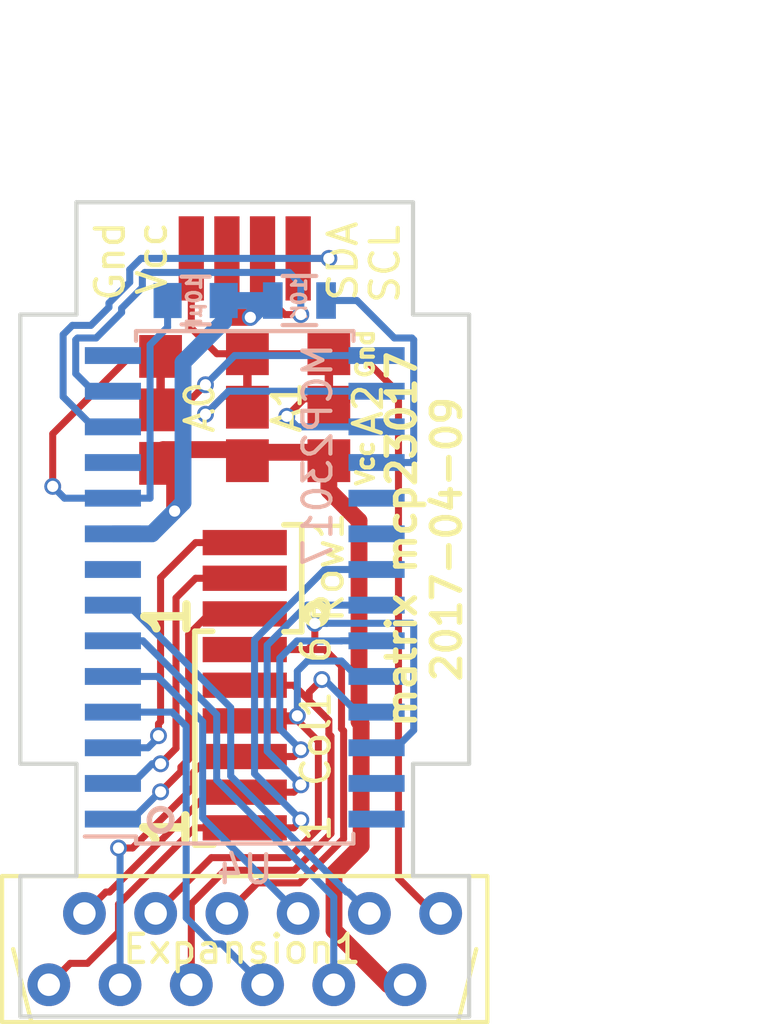
<source format=kicad_pcb>
(kicad_pcb (version 20171130) (host pcbnew "(5.1.12)-1")

  (general
    (thickness 1.6)
    (drawings 31)
    (tracks 260)
    (zones 0)
    (modules 10)
    (nets 22)
  )

  (page A4)
  (layers
    (0 F.Cu signal)
    (31 B.Cu signal)
    (32 B.Adhes user hide)
    (33 F.Adhes user hide)
    (34 B.Paste user hide)
    (35 F.Paste user hide)
    (36 B.SilkS user hide)
    (37 F.SilkS user hide)
    (38 B.Mask user hide)
    (39 F.Mask user hide)
    (40 Dwgs.User user)
    (41 Cmts.User user)
    (42 Eco1.User user)
    (43 Eco2.User user)
    (44 Edge.Cuts user)
    (45 Margin user)
    (46 B.CrtYd user hide)
    (47 F.CrtYd user hide)
    (48 B.Fab user)
    (49 F.Fab user hide)
  )

  (setup
    (last_trace_width 0.25)
    (user_trace_width 0.6)
    (trace_clearance 0.2)
    (zone_clearance 0.508)
    (zone_45_only no)
    (trace_min 0.2)
    (via_size 0.6)
    (via_drill 0.4)
    (via_min_size 0.4)
    (via_min_drill 0.3)
    (uvia_size 0.3)
    (uvia_drill 0.1)
    (uvias_allowed no)
    (uvia_min_size 0.2)
    (uvia_min_drill 0.1)
    (edge_width 0.15)
    (segment_width 0.2)
    (pcb_text_width 0.3)
    (pcb_text_size 1.5 1.5)
    (mod_edge_width 0.15)
    (mod_text_size 1 1)
    (mod_text_width 0.15)
    (pad_size 1.6 3.4)
    (pad_drill 0)
    (pad_to_mask_clearance 0.2)
    (aux_axis_origin 50 45)
    (visible_elements 7FFFFFFF)
    (pcbplotparams
      (layerselection 0x00030_80000001)
      (usegerberextensions false)
      (usegerberattributes true)
      (usegerberadvancedattributes true)
      (creategerberjobfile true)
      (excludeedgelayer true)
      (linewidth 0.100000)
      (plotframeref false)
      (viasonmask false)
      (mode 1)
      (useauxorigin false)
      (hpglpennumber 1)
      (hpglpenspeed 20)
      (hpglpendiameter 15.000000)
      (psnegative false)
      (psa4output false)
      (plotreference true)
      (plotvalue true)
      (plotinvisibletext false)
      (padsonsilk false)
      (subtractmaskfromsilk false)
      (outputformat 1)
      (mirror false)
      (drillshape 1)
      (scaleselection 1)
      (outputdirectory ""))
  )

  (net 0 "")
  (net 1 "Net-(Col1-Pad1)")
  (net 2 "Net-(Col1-Pad2)")
  (net 3 "Net-(Col1-Pad3)")
  (net 4 "Net-(Col1-Pad4)")
  (net 5 "Net-(Col1-Pad5)")
  (net 6 "Net-(Col1-Pad6)")
  (net 7 +5V)
  (net 8 GND)
  (net 9 /SCL)
  (net 10 /SDA)
  (net 11 "Net-(Expansion1-Pad7)")
  (net 12 "Net-(Expansion1-Pad8)")
  (net 13 "Net-(Expansion1-Pad9)")
  (net 14 "Net-(Expansion1-Pad10)")
  (net 15 "Net-(R1-Pad1)")
  (net 16 "Net-(Row1-Pad1)")
  (net 17 "Net-(Row1-Pad2)")
  (net 18 "Net-(Row1-Pad3)")
  (net 19 "Net-(A0-Pad2)")
  (net 20 "Net-(A1-Pad2)")
  (net 21 "Net-(A2-Pad2)")

  (net_class Default "This is the default net class."
    (clearance 0.2)
    (trace_width 0.25)
    (via_dia 0.6)
    (via_drill 0.4)
    (uvia_dia 0.3)
    (uvia_drill 0.1)
    (add_net +5V)
    (add_net /SCL)
    (add_net /SDA)
    (add_net GND)
    (add_net "Net-(A0-Pad2)")
    (add_net "Net-(A1-Pad2)")
    (add_net "Net-(A2-Pad2)")
    (add_net "Net-(Col1-Pad1)")
    (add_net "Net-(Col1-Pad2)")
    (add_net "Net-(Col1-Pad3)")
    (add_net "Net-(Col1-Pad4)")
    (add_net "Net-(Col1-Pad5)")
    (add_net "Net-(Col1-Pad6)")
    (add_net "Net-(Expansion1-Pad10)")
    (add_net "Net-(Expansion1-Pad7)")
    (add_net "Net-(Expansion1-Pad8)")
    (add_net "Net-(Expansion1-Pad9)")
    (add_net "Net-(R1-Pad1)")
    (add_net "Net-(Row1-Pad1)")
    (add_net "Net-(Row1-Pad2)")
    (add_net "Net-(Row1-Pad3)")
  )

  (net_class power ""
    (clearance 0.3)
    (trace_width 0.4)
    (via_dia 0.8)
    (via_drill 0.6)
    (uvia_dia 0.3)
    (uvia_drill 0.1)
  )

  (module Resistors_SMD:R_0805 (layer B.Cu) (tedit 58EA47F8) (tstamp 0)
    (at 51.95 48.5 180)
    (descr "Resistor SMD 0805, reflow soldering, Vishay (see dcrcw.pdf)")
    (tags "resistor 0805")
    (path /58E6A84A)
    (attr smd)
    (fp_text reference R1 (at 2.254999 0.065 180) (layer B.Fab)
      (effects (font (size 1 1) (thickness 0.15)) (justify mirror))
    )
    (fp_text value 10K (at 0.004999 0.065 270) (layer B.SilkS)
      (effects (font (size 0.5 0.5) (thickness 0.125)) (justify mirror))
    )
    (fp_line (start -0.6 0.875) (end 0.6 0.875) (layer B.SilkS) (width 0.15))
    (fp_line (start 0.6 -0.875) (end -0.6 -0.875) (layer B.SilkS) (width 0.15))
    (fp_line (start 1.6 1) (end 1.6 -1) (layer B.CrtYd) (width 0.05))
    (fp_line (start -1.6 1) (end -1.6 -1) (layer B.CrtYd) (width 0.05))
    (fp_line (start -1.6 -1) (end 1.6 -1) (layer B.CrtYd) (width 0.05))
    (fp_line (start -1.6 1) (end 1.6 1) (layer B.CrtYd) (width 0.05))
    (fp_line (start -1 0.625) (end 1 0.625) (layer B.Fab) (width 0.1))
    (fp_line (start 1 0.625) (end 1 -0.625) (layer B.Fab) (width 0.1))
    (fp_line (start 1 -0.625) (end -1 -0.625) (layer B.Fab) (width 0.1))
    (fp_line (start -1 -0.625) (end -1 0.625) (layer B.Fab) (width 0.1))
    (pad 1 smd rect (at -0.95 0 180) (size 0.7 1.3) (layers B.Cu B.Paste B.Mask)
      (net 15 "Net-(R1-Pad1)"))
    (pad 2 smd rect (at 0.95 0 180) (size 0.7 1.3) (layers B.Cu B.Paste B.Mask)
      (net 7 +5V))
    (model Resistors_SMD.3dshapes/R_0805.wrl
      (at (xyz 0 0 0))
      (scale (xyz 1 1 1))
      (rotate (xyz 0 0 0))
    )
  )

  (module myComponents:solderPads_4_Grove_I2C (layer F.Cu) (tedit 58E53D59) (tstamp 0)
    (at 50 47 180)
    (path /58E54ECF)
    (fp_text reference I2C1 (at 0.635 2.54 180) (layer F.SilkS) hide
      (effects (font (size 1 1) (thickness 0.15)))
    )
    (fp_text value CONN_01X04 (at 0.635 2.54 180) (layer F.Fab)
      (effects (font (size 1 1) (thickness 0.15)))
    )
    (fp_text user SDA (at -3.5 -0.1 270) (layer F.SilkS)
      (effects (font (size 1 1) (thickness 0.15)))
    )
    (fp_text user SCL (at -5 -0.2 270) (layer F.SilkS)
      (effects (font (size 1 1) (thickness 0.15)))
    )
    (fp_text user Gnd (at 4.8 -0.1 270) (layer F.SilkS)
      (effects (font (size 1 1) (thickness 0.15)))
    )
    (fp_text user Vcc (at 3.3 0 270) (layer F.SilkS)
      (effects (font (size 1 1) (thickness 0.15)))
    )
    (pad 1 smd rect (at -1.905 0 180) (size 0.9 3) (layers F.Cu F.Paste F.Mask)
      (net 9 /SCL))
    (pad 2 smd rect (at -0.635 0 180) (size 0.9 3) (layers F.Cu F.Paste F.Mask)
      (net 10 /SDA))
    (pad 3 smd rect (at 0.635 0 180) (size 0.9 3) (layers F.Cu F.Paste F.Mask)
      (net 7 +5V))
    (pad 4 smd rect (at 1.905 0 180) (size 0.9 3) (layers F.Cu F.Paste F.Mask)
      (net 8 GND))
  )

  (module myComponents:solderPads_6 (layer F.Cu) (tedit 58E54D6B) (tstamp 58E67BBF)
    (at 50 64.107 90)
    (path /58E2887C)
    (fp_text reference Col1 (at 0 2.54 90) (layer F.SilkS)
      (effects (font (size 1 1) (thickness 0.15)))
    )
    (fp_text value CONN_01X06 (at 0.635 -2.54 90) (layer F.Fab)
      (effects (font (size 1 1) (thickness 0.15)))
    )
    (fp_text user 6 (at 3.175 2.54 90) (layer F.SilkS)
      (effects (font (size 1 1) (thickness 0.15)))
    )
    (fp_text user 1 (at -3.175 2.54 90) (layer F.SilkS)
      (effects (font (size 1 1) (thickness 0.15)))
    )
    (pad 1 smd rect (at -3.175 0 90) (size 0.9 3) (layers F.Cu F.Paste F.Mask)
      (net 1 "Net-(Col1-Pad1)"))
    (pad 2 smd rect (at -1.905 0 90) (size 0.9 3) (layers F.Cu F.Paste F.Mask)
      (net 2 "Net-(Col1-Pad2)"))
    (pad 3 smd rect (at -0.635 0 90) (size 0.9 3) (layers F.Cu F.Paste F.Mask)
      (net 3 "Net-(Col1-Pad3)"))
    (pad 4 smd rect (at 0.635 0 90) (size 0.9 3) (layers F.Cu F.Paste F.Mask)
      (net 4 "Net-(Col1-Pad4)"))
    (pad 5 smd rect (at 1.905 0 90) (size 0.9 3) (layers F.Cu F.Paste F.Mask)
      (net 5 "Net-(Col1-Pad5)"))
    (pad 6 smd rect (at 3.175 0 90) (size 0.9 3) (layers F.Cu F.Paste F.Mask)
      (net 6 "Net-(Col1-Pad6)"))
  )

  (module myComponents:solderPads_3 (layer F.Cu) (tedit 58E54DB4) (tstamp 58E67BE6)
    (at 50 58.392 90)
    (path /58E288CF)
    (fp_text reference Row1 (at 0.392 3 90) (layer F.SilkS)
      (effects (font (size 1 1) (thickness 0.15)))
    )
    (fp_text value CONN_01X03 (at 0.635 -2.54 90) (layer F.Fab)
      (effects (font (size 1 1) (thickness 0.15)))
    )
    (fp_circle (center -1.27 2.54) (end -1.27 2.2) (layer F.SilkS) (width 0.3))
    (pad 1 smd rect (at -1.27 0 90) (size 0.9 3) (layers F.Cu F.Paste F.Mask)
      (net 16 "Net-(Row1-Pad1)"))
    (pad 2 smd rect (at 0 0 90) (size 0.9 3) (layers F.Cu F.Paste F.Mask)
      (net 17 "Net-(Row1-Pad2)"))
    (pad 3 smd rect (at 1.27 0 90) (size 0.9 3) (layers F.Cu F.Paste F.Mask)
      (net 18 "Net-(Row1-Pad3)"))
  )

  (module myComponents:microMatch-12_90_THT (layer F.Cu) (tedit 58E6787B) (tstamp 58E67BC0)
    (at 50 71.6)
    (path /58E38DE5)
    (fp_text reference Expansion1 (at -0.1 0) (layer F.SilkS)
      (effects (font (size 1 1) (thickness 0.15)))
    )
    (fp_text value CONN_01X12 (at -2.54 -3.81) (layer F.Fab)
      (effects (font (size 1 1) (thickness 0.15)))
    )
    (fp_line (start 8.65 -2.6) (end 8.65 2.6) (layer F.SilkS) (width 0.15))
    (fp_line (start -8.65 2.6) (end 8.65 2.6) (layer F.SilkS) (width 0.15))
    (fp_line (start -8.65 2.6) (end -8.65 -2.6) (layer F.SilkS) (width 0.15))
    (fp_line (start 8.65 -2.6) (end -8.65 -2.6) (layer F.SilkS) (width 0.15))
    (fp_line (start -8.255 0) (end -7.62 2.54) (layer F.SilkS) (width 0.15))
    (fp_line (start 8.255 0) (end 7.62 2.54) (layer F.SilkS) (width 0.15))
    (pad 1 thru_hole circle (at -6.985 1.27) (size 1.524 1.524) (drill 0.8) (layers *.Cu *.Mask)
      (net 1 "Net-(Col1-Pad1)"))
    (pad 2 thru_hole circle (at -5.715 -1.27) (size 1.524 1.524) (drill 0.8) (layers *.Cu *.Mask)
      (net 2 "Net-(Col1-Pad2)"))
    (pad 3 thru_hole circle (at -4.445 1.27) (size 1.524 1.524) (drill 0.8) (layers *.Cu *.Mask)
      (net 3 "Net-(Col1-Pad3)"))
    (pad 4 thru_hole circle (at -3.175 -1.27) (size 1.524 1.524) (drill 0.8) (layers *.Cu *.Mask)
      (net 4 "Net-(Col1-Pad4)"))
    (pad 5 thru_hole circle (at -1.905 1.27) (size 1.524 1.524) (drill 0.8) (layers *.Cu *.Mask)
      (net 5 "Net-(Col1-Pad5)"))
    (pad 6 thru_hole circle (at -0.635 -1.27) (size 1.524 1.524) (drill 0.8) (layers *.Cu *.Mask)
      (net 6 "Net-(Col1-Pad6)"))
    (pad 7 thru_hole circle (at 0.635 1.27) (size 1.524 1.524) (drill 0.8) (layers *.Cu *.Mask)
      (net 11 "Net-(Expansion1-Pad7)"))
    (pad 8 thru_hole circle (at 1.905 -1.27) (size 1.524 1.524) (drill 0.8) (layers *.Cu *.Mask)
      (net 12 "Net-(Expansion1-Pad8)"))
    (pad 9 thru_hole circle (at 3.175 1.27) (size 1.524 1.524) (drill 0.8) (layers *.Cu *.Mask)
      (net 13 "Net-(Expansion1-Pad9)"))
    (pad 10 thru_hole circle (at 4.445 -1.27) (size 1.524 1.524) (drill 0.8) (layers *.Cu *.Mask)
      (net 14 "Net-(Expansion1-Pad10)"))
    (pad 11 thru_hole circle (at 5.715 1.27) (size 1.524 1.524) (drill 0.8) (layers *.Cu *.Mask)
      (net 7 +5V))
    (pad 12 thru_hole circle (at 6.985 -1.27) (size 1.524 1.524) (drill 0.8) (layers *.Cu *.Mask)
      (net 8 GND))
    (model /mnt/gruscht/projects/keyboard/kicad_boards/myComponents.pretty/3d-models/micro-match_12.wrl
      (at (xyz 0 0 0))
      (scale (xyz 1 1 1))
      (rotate (xyz 0 0 0))
    )
  )

  (module Capacitors_SMD:C_0805 (layer B.Cu) (tedit 58EA4800) (tstamp 58E7B218)
    (at 48.25 48.5 180)
    (descr "Capacitor SMD 0805, reflow soldering, AVX (see smccp.pdf)")
    (tags "capacitor 0805")
    (path /58E7C0BD)
    (attr smd)
    (fp_text reference C1 (at 1.85 -0.1 180) (layer B.Fab)
      (effects (font (size 1 1) (thickness 0.15)) (justify mirror))
    )
    (fp_text value 10µF (at 0.05 -0.1 270) (layer B.SilkS)
      (effects (font (size 0.5 0.5) (thickness 0.125)) (justify mirror))
    )
    (fp_line (start -0.5 -0.85) (end 0.5 -0.85) (layer B.SilkS) (width 0.15))
    (fp_line (start 0.5 0.85) (end -0.5 0.85) (layer B.SilkS) (width 0.15))
    (fp_line (start 1.8 1) (end 1.8 -1) (layer B.CrtYd) (width 0.05))
    (fp_line (start -1.8 1) (end -1.8 -1) (layer B.CrtYd) (width 0.05))
    (fp_line (start -1.8 -1) (end 1.8 -1) (layer B.CrtYd) (width 0.05))
    (fp_line (start -1.8 1) (end 1.8 1) (layer B.CrtYd) (width 0.05))
    (fp_line (start -1 0.625) (end 1 0.625) (layer B.Fab) (width 0.15))
    (fp_line (start 1 0.625) (end 1 -0.625) (layer B.Fab) (width 0.15))
    (fp_line (start 1 -0.625) (end -1 -0.625) (layer B.Fab) (width 0.15))
    (fp_line (start -1 -0.625) (end -1 0.625) (layer B.Fab) (width 0.15))
    (pad 1 smd rect (at -1 0 180) (size 1 1.25) (layers B.Cu B.Paste B.Mask)
      (net 7 +5V))
    (pad 2 smd rect (at 1 0 180) (size 1 1.25) (layers B.Cu B.Paste B.Mask)
      (net 8 GND))
    (model Capacitors_SMD.3dshapes/C_0805.wrl
      (at (xyz 0 0 0))
      (scale (xyz 1 1 1))
      (rotate (xyz 0 0 0))
    )
  )

  (module Housings_SOIC:SOIC-28W_7.5x17.9mm_Pitch1.27mm (layer B.Cu) (tedit 58EA47CE) (tstamp 58E7D073)
    (at 50 58.715)
    (descr "28-Lead Plastic Small Outline (SO) - Wide, 7.50 mm Body [SOIC] (see Microchip Packaging Specification 00000049BS.pdf)")
    (tags "SOIC 1.27")
    (path /58E7C6EE)
    (attr smd)
    (fp_text reference U4 (at 0 10.05) (layer B.SilkS)
      (effects (font (size 1 1) (thickness 0.15)) (justify mirror))
    )
    (fp_text value MCP23017 (at 2.6 -4.715 90) (layer B.SilkS)
      (effects (font (size 1 1) (thickness 0.15)) (justify mirror))
    )
    (fp_line (start -3.875 8.875) (end -5.7 8.875) (layer B.SilkS) (width 0.15))
    (fp_line (start -3.875 -9.125) (end 3.875 -9.125) (layer B.SilkS) (width 0.15))
    (fp_line (start -3.875 9.125) (end 3.875 9.125) (layer B.SilkS) (width 0.15))
    (fp_line (start -3.875 -9.125) (end -3.875 -8.78) (layer B.SilkS) (width 0.15))
    (fp_line (start 3.875 -9.125) (end 3.875 -8.78) (layer B.SilkS) (width 0.15))
    (fp_line (start 3.875 9.125) (end 3.875 8.78) (layer B.SilkS) (width 0.15))
    (fp_line (start -3.875 9.125) (end -3.875 8.875) (layer B.SilkS) (width 0.15))
    (fp_line (start -5.95 -9.3) (end 5.95 -9.3) (layer B.CrtYd) (width 0.05))
    (fp_line (start -5.95 9.3) (end 5.95 9.3) (layer B.CrtYd) (width 0.05))
    (fp_line (start 5.95 9.3) (end 5.95 -9.3) (layer B.CrtYd) (width 0.05))
    (fp_line (start -5.95 9.3) (end -5.95 -9.3) (layer B.CrtYd) (width 0.05))
    (fp_line (start -3.75 7.95) (end -2.75 8.95) (layer B.Fab) (width 0.15))
    (fp_line (start -3.75 -8.95) (end -3.75 7.95) (layer B.Fab) (width 0.15))
    (fp_line (start 3.75 -8.95) (end -3.75 -8.95) (layer B.Fab) (width 0.15))
    (fp_line (start 3.75 8.95) (end 3.75 -8.95) (layer B.Fab) (width 0.15))
    (fp_line (start -2.75 8.95) (end 3.75 8.95) (layer B.Fab) (width 0.15))
    (pad 1 smd rect (at -4.7 8.255) (size 2 0.6) (layers B.Cu B.Paste B.Mask)
      (net 16 "Net-(Row1-Pad1)"))
    (pad 2 smd rect (at -4.7 6.985) (size 2 0.6) (layers B.Cu B.Paste B.Mask)
      (net 17 "Net-(Row1-Pad2)"))
    (pad 3 smd rect (at -4.7 5.715) (size 2 0.6) (layers B.Cu B.Paste B.Mask)
      (net 18 "Net-(Row1-Pad3)"))
    (pad 4 smd rect (at -4.7 4.445) (size 2 0.6) (layers B.Cu B.Paste B.Mask)
      (net 11 "Net-(Expansion1-Pad7)"))
    (pad 5 smd rect (at -4.7 3.175) (size 2 0.6) (layers B.Cu B.Paste B.Mask)
      (net 12 "Net-(Expansion1-Pad8)"))
    (pad 6 smd rect (at -4.7 1.905) (size 2 0.6) (layers B.Cu B.Paste B.Mask)
      (net 13 "Net-(Expansion1-Pad9)"))
    (pad 7 smd rect (at -4.7 0.635) (size 2 0.6) (layers B.Cu B.Paste B.Mask)
      (net 14 "Net-(Expansion1-Pad10)"))
    (pad 8 smd rect (at -4.7 -0.635) (size 2 0.6) (layers B.Cu B.Paste B.Mask))
    (pad 9 smd rect (at -4.7 -1.905) (size 2 0.6) (layers B.Cu B.Paste B.Mask)
      (net 7 +5V))
    (pad 10 smd rect (at -4.7 -3.175) (size 2 0.6) (layers B.Cu B.Paste B.Mask)
      (net 8 GND))
    (pad 11 smd rect (at -4.7 -4.445) (size 2 0.6) (layers B.Cu B.Paste B.Mask))
    (pad 12 smd rect (at -4.7 -5.715) (size 2 0.6) (layers B.Cu B.Paste B.Mask)
      (net 9 /SCL))
    (pad 13 smd rect (at -4.7 -6.985) (size 2 0.6) (layers B.Cu B.Paste B.Mask)
      (net 10 /SDA))
    (pad 14 smd rect (at -4.7 -8.255) (size 2 0.6) (layers B.Cu B.Paste B.Mask))
    (pad 15 smd rect (at 4.7 -8.255) (size 2 0.6) (layers B.Cu B.Paste B.Mask)
      (net 19 "Net-(A0-Pad2)"))
    (pad 16 smd rect (at 4.7 -6.985) (size 2 0.6) (layers B.Cu B.Paste B.Mask)
      (net 20 "Net-(A1-Pad2)"))
    (pad 17 smd rect (at 4.7 -5.715) (size 2 0.6) (layers B.Cu B.Paste B.Mask)
      (net 21 "Net-(A2-Pad2)"))
    (pad 18 smd rect (at 4.7 -4.445) (size 2 0.6) (layers B.Cu B.Paste B.Mask)
      (net 15 "Net-(R1-Pad1)"))
    (pad 19 smd rect (at 4.7 -3.175) (size 2 0.6) (layers B.Cu B.Paste B.Mask))
    (pad 20 smd rect (at 4.7 -1.905) (size 2 0.6) (layers B.Cu B.Paste B.Mask))
    (pad 21 smd rect (at 4.7 -0.635) (size 2 0.6) (layers B.Cu B.Paste B.Mask)
      (net 1 "Net-(Col1-Pad1)"))
    (pad 22 smd rect (at 4.7 0.635) (size 2 0.6) (layers B.Cu B.Paste B.Mask)
      (net 2 "Net-(Col1-Pad2)"))
    (pad 23 smd rect (at 4.7 1.905) (size 2 0.6) (layers B.Cu B.Paste B.Mask)
      (net 3 "Net-(Col1-Pad3)"))
    (pad 24 smd rect (at 4.7 3.175) (size 2 0.6) (layers B.Cu B.Paste B.Mask)
      (net 4 "Net-(Col1-Pad4)"))
    (pad 25 smd rect (at 4.7 4.445) (size 2 0.6) (layers B.Cu B.Paste B.Mask)
      (net 5 "Net-(Col1-Pad5)"))
    (pad 26 smd rect (at 4.7 5.715) (size 2 0.6) (layers B.Cu B.Paste B.Mask)
      (net 6 "Net-(Col1-Pad6)"))
    (pad 27 smd rect (at 4.7 6.985) (size 2 0.6) (layers B.Cu B.Paste B.Mask))
    (pad 28 smd rect (at 4.7 8.255) (size 2 0.6) (layers B.Cu B.Paste B.Mask))
    (model Housings_SOIC.3dshapes/SOIC-28_7.5x17.9mm_Pitch1.27mm.wrl
      (at (xyz 0 0 0))
      (scale (xyz 1 1 1))
      (rotate (xyz 0 0 0))
    )
  )

  (module myComponents:addr_jumper (layer F.Cu) (tedit 58E7D1DA) (tstamp 58E972BE)
    (at 47 52.395 90)
    (path /58E81F3D)
    (fp_text reference A0 (at 0.095 1.4 90) (layer F.SilkS)
      (effects (font (size 1 1) (thickness 0.15)))
    )
    (fp_text value address_sel (at 0 -1.905 90) (layer F.Fab)
      (effects (font (size 1 1) (thickness 0.15)))
    )
    (fp_line (start 0.635 0) (end 1.27 0) (layer F.Cu) (width 0.3))
    (pad 1 smd rect (at -1.905 0 90) (size 1.524 1.524) (layers F.Cu F.Paste F.Mask)
      (net 7 +5V))
    (pad 2 smd rect (at 0 0 90) (size 1.524 1.524) (layers F.Cu F.Paste F.Mask)
      (net 19 "Net-(A0-Pad2)"))
    (pad 3 smd rect (at 1.905 0 90) (size 1.524 1.524) (layers F.Cu F.Paste F.Mask)
      (net 8 GND))
  )

  (module myComponents:addr_jumper (layer F.Cu) (tedit 58E7D1DA) (tstamp 58E972C6)
    (at 50.095 52.3 90)
    (path /58E82010)
    (fp_text reference A1 (at 0 1.405 90) (layer F.SilkS)
      (effects (font (size 1 1) (thickness 0.15)))
    )
    (fp_text value address_sel (at 0 -1.905 90) (layer F.Fab)
      (effects (font (size 1 1) (thickness 0.15)))
    )
    (fp_line (start 0.635 0) (end 1.27 0) (layer F.Cu) (width 0.3))
    (pad 1 smd rect (at -1.905 0 90) (size 1.524 1.524) (layers F.Cu F.Paste F.Mask)
      (net 7 +5V))
    (pad 2 smd rect (at 0 0 90) (size 1.524 1.524) (layers F.Cu F.Paste F.Mask)
      (net 20 "Net-(A1-Pad2)"))
    (pad 3 smd rect (at 1.905 0 90) (size 1.524 1.524) (layers F.Cu F.Paste F.Mask)
      (net 8 GND))
  )

  (module myComponents:addr_jumper (layer F.Cu) (tedit 58E7D1DA) (tstamp 58E972CE)
    (at 53 52.3 90)
    (path /58E82047)
    (fp_text reference A2 (at -0.1 1.4 90) (layer F.SilkS)
      (effects (font (size 1 1) (thickness 0.15)))
    )
    (fp_text value address_sel (at 0 -1.905 90) (layer F.Fab)
      (effects (font (size 1 1) (thickness 0.15)))
    )
    (fp_line (start 0.635 0) (end 1.27 0) (layer F.Cu) (width 0.3))
    (pad 1 smd rect (at -1.905 0 90) (size 1.524 1.524) (layers F.Cu F.Paste F.Mask)
      (net 7 +5V))
    (pad 2 smd rect (at 0 0 90) (size 1.524 1.524) (layers F.Cu F.Paste F.Mask)
      (net 21 "Net-(A2-Pad2)"))
    (pad 3 smd rect (at 1.905 0 90) (size 1.524 1.524) (layers F.Cu F.Paste F.Mask)
      (net 8 GND))
  )

  (gr_circle (center 47 67) (end 47.4 67) (layer B.SilkS) (width 0.2))
  (gr_text "matrix mcp23017\n2017-04-09" (at 56.4 57 90) (layer F.SilkS)
    (effects (font (size 1 1) (thickness 0.2)))
  )
  (gr_text Vcc (at 54.3 54.3 90) (layer F.SilkS) (tstamp 58E9717D)
    (effects (font (size 0.6 0.6) (thickness 0.15)))
  )
  (gr_text Gnd (at 54.3 50.4 90) (layer F.SilkS)
    (effects (font (size 0.6 0.6) (thickness 0.15)))
  )
  (gr_text 1 (at 47.206 67.262828 90) (layer F.SilkS)
    (effects (font (size 1.5 1.5) (thickness 0.3)))
  )
  (gr_text 1 (at 47.244 59.747 90) (layer F.SilkS)
    (effects (font (size 1.5 1.5) (thickness 0.3)))
  )
  (gr_line (start 48.222 60.277828) (end 48.857 60.277828) (layer F.SilkS) (width 0.2))
  (gr_line (start 48.222 67.897828) (end 48.222 60.277828) (layer F.SilkS) (width 0.2))
  (gr_line (start 48.895 67.897828) (end 48.26 67.897828) (layer F.SilkS) (width 0.2))
  (gr_line (start 52.032 56.4866) (end 51.397 56.4866) (layer F.SilkS) (width 0.2))
  (gr_line (start 52.032 60.2966) (end 52.032 56.4866) (layer F.SilkS) (width 0.2))
  (gr_line (start 51.397 60.2966) (end 52.032 60.2966) (layer F.SilkS) (width 0.2))
  (gr_line (start 44 49) (end 42 49) (layer Edge.Cuts) (width 0.15))
  (gr_line (start 44 45) (end 44 49) (layer Edge.Cuts) (width 0.15))
  (gr_line (start 56 49) (end 56 45) (layer Edge.Cuts) (width 0.15))
  (gr_line (start 58 49) (end 56 49) (layer Edge.Cuts) (width 0.15))
  (gr_line (start 42 49) (end 42 65) (layer Edge.Cuts) (width 0.15))
  (gr_line (start 58 65) (end 58 49) (layer Edge.Cuts) (width 0.15))
  (gr_line (start 56 65) (end 58 65) (layer Edge.Cuts) (width 0.15))
  (gr_line (start 56 65) (end 56 69) (layer Edge.Cuts) (width 0.15))
  (gr_line (start 58 69) (end 56 69) (layer Edge.Cuts) (width 0.15))
  (gr_line (start 44 65) (end 42 65) (layer Edge.Cuts) (width 0.15))
  (gr_line (start 44 65) (end 44 69) (layer Edge.Cuts) (width 0.15))
  (gr_line (start 42 69) (end 44 69) (layer Edge.Cuts) (width 0.15))
  (gr_line (start 56 45) (end 44 45) (layer Edge.Cuts) (width 0.15))
  (gr_line (start 58 74) (end 58 69) (layer Edge.Cuts) (width 0.15))
  (gr_line (start 42 74) (end 58 74) (layer Edge.Cuts) (width 0.15))
  (gr_line (start 42 74) (end 42 69) (layer Edge.Cuts) (width 0.15))
  (dimension 16 (width 0.3) (layer Eco2.User)
    (gr_text "16.000 mm" (at 50 39.65) (layer Eco2.User)
      (effects (font (size 1.5 1.5) (thickness 0.3)))
    )
    (feature1 (pts (xy 42 44) (xy 42 38.3)))
    (feature2 (pts (xy 58 44) (xy 58 38.3)))
    (crossbar (pts (xy 58 41) (xy 42 41)))
    (arrow1a (pts (xy 42 41) (xy 43.126504 40.413579)))
    (arrow1b (pts (xy 42 41) (xy 43.126504 41.586421)))
    (arrow2a (pts (xy 58 41) (xy 56.873496 40.413579)))
    (arrow2b (pts (xy 58 41) (xy 56.873496 41.586421)))
  )
  (dimension 4 (width 0.3) (layer Eco2.User)
    (gr_text "4.000 mm" (at 66.35 67 270) (layer Eco2.User)
      (effects (font (size 1.5 1.5) (thickness 0.3)))
    )
    (feature1 (pts (xy 63.5 69) (xy 67.7 69)))
    (feature2 (pts (xy 63.5 65) (xy 67.7 65)))
    (crossbar (pts (xy 65 65) (xy 65 69)))
    (arrow1a (pts (xy 65 69) (xy 64.413579 67.873496)))
    (arrow1b (pts (xy 65 69) (xy 65.586421 67.873496)))
    (arrow2a (pts (xy 65 65) (xy 64.413579 66.126504)))
    (arrow2b (pts (xy 65 65) (xy 65.586421 66.126504)))
  )
  (dimension 20 (width 0.3) (layer Eco2.User)
    (gr_text "20.000 mm" (at 63.35 55 90) (layer Eco2.User)
      (effects (font (size 1.5 1.5) (thickness 0.3)))
    )
    (feature1 (pts (xy 60.5 45) (xy 64.7 45)))
    (feature2 (pts (xy 60.5 65) (xy 64.7 65)))
    (crossbar (pts (xy 62 65) (xy 62 45)))
    (arrow1a (pts (xy 62 45) (xy 62.586421 46.126504)))
    (arrow1b (pts (xy 62 45) (xy 61.413579 46.126504)))
    (arrow2a (pts (xy 62 65) (xy 62.586421 63.873496)))
    (arrow2b (pts (xy 62 65) (xy 61.413579 63.873496)))
  )

  (segment (start 50 67.282) (end 51.75 67.282) (width 0.25) (layer F.Cu) (net 1))
  (segment (start 51.75 67.282) (end 52 67.032) (width 0.25) (layer F.Cu) (net 1))
  (segment (start 52 67.032) (end 52 67) (width 0.25) (layer F.Cu) (net 1))
  (segment (start 54.7 58.08) (end 52.8586 58.08) (width 0.25) (layer B.Cu) (net 1))
  (segment (start 52.8586 58.08) (end 50.35 60.5886) (width 0.25) (layer B.Cu) (net 1))
  (segment (start 50.35 60.5886) (end 50.35 65.35) (width 0.25) (layer B.Cu) (net 1))
  (segment (start 50.35 65.35) (end 52 67) (width 0.25) (layer B.Cu) (net 1))
  (segment (start 43.015 72.87) (end 43.777 72.108) (width 0.25) (layer F.Cu) (net 1))
  (segment (start 43.777 72.108) (end 44.392 72.108) (width 0.25) (layer F.Cu) (net 1))
  (segment (start 44.392 72.108) (end 45.5 71) (width 0.25) (layer F.Cu) (net 1))
  (segment (start 45.5 71) (end 45.5 70) (width 0.25) (layer F.Cu) (net 1))
  (segment (start 45.5 70) (end 48.218 67.282) (width 0.25) (layer F.Cu) (net 1))
  (segment (start 48.218 67.282) (end 50 67.282) (width 0.25) (layer F.Cu) (net 1))
  (via (at 52 67) (size 0.6) (layers F.Cu B.Cu) (net 1))
  (segment (start 44.285 70.33) (end 45.047 69.568) (width 0.25) (layer F.Cu) (net 2))
  (segment (start 45.047 69.568) (end 45.179 69.568) (width 0.25) (layer F.Cu) (net 2))
  (segment (start 45.179 69.568) (end 48.735 66.012) (width 0.25) (layer F.Cu) (net 2))
  (segment (start 48.735 66.012) (end 50 66.012) (width 0.25) (layer F.Cu) (net 2))
  (segment (start 54.7 59.35) (end 52.225 59.35) (width 0.25) (layer B.Cu) (net 2))
  (segment (start 52.225 59.35) (end 50.8 60.775) (width 0.25) (layer B.Cu) (net 2))
  (segment (start 50.8 60.775) (end 50.8 64.55) (width 0.25) (layer B.Cu) (net 2))
  (segment (start 50.8 64.55) (end 52 65.75) (width 0.25) (layer B.Cu) (net 2))
  (segment (start 50 66.012) (end 51.75 66.012) (width 0.25) (layer F.Cu) (net 2))
  (segment (start 51.75 66.012) (end 52 65.762) (width 0.25) (layer F.Cu) (net 2))
  (segment (start 52 65.762) (end 52 65.75) (width 0.25) (layer F.Cu) (net 2))
  (via (at 52 65.75) (size 0.6) (layers F.Cu B.Cu) (net 2))
  (segment (start 49.742 65) (end 50 64.742) (width 0.25) (layer F.Cu) (net 3))
  (segment (start 49.742 65) (end 48.477 65) (width 0.25) (layer F.Cu) (net 3))
  (segment (start 48.477 65) (end 48.175 65.302) (width 0.25) (layer F.Cu) (net 3))
  (segment (start 48.175 65.302) (end 48.175 65.825) (width 0.25) (layer F.Cu) (net 3))
  (segment (start 48.175 65.825) (end 46 68) (width 0.25) (layer F.Cu) (net 3))
  (segment (start 46 68) (end 45.5 68) (width 0.25) (layer F.Cu) (net 3))
  (segment (start 45.555 72.87) (end 45.555 68.055) (width 0.25) (layer B.Cu) (net 3))
  (segment (start 45.555 68.055) (end 45.5 68) (width 0.25) (layer B.Cu) (net 3))
  (segment (start 54.7 60.62) (end 53.45 60.62) (width 0.25) (layer B.Cu) (net 3))
  (segment (start 53.45 60.62) (end 53.445 60.625) (width 0.25) (layer B.Cu) (net 3))
  (segment (start 53.445 60.625) (end 51.8636 60.625) (width 0.25) (layer B.Cu) (net 3))
  (segment (start 51.8636 60.625) (end 51.25 61.2386) (width 0.25) (layer B.Cu) (net 3))
  (segment (start 51.25 61.2386) (end 51.25 63.75) (width 0.25) (layer B.Cu) (net 3))
  (segment (start 51.25 63.75) (end 52 64.5) (width 0.25) (layer B.Cu) (net 3))
  (segment (start 50 64.742) (end 51.758 64.742) (width 0.25) (layer F.Cu) (net 3))
  (segment (start 51.758 64.742) (end 52 64.5) (width 0.25) (layer F.Cu) (net 3))
  (via (at 45.5 68) (size 0.6) (layers F.Cu B.Cu) (net 3))
  (via (at 52 64.5) (size 0.6) (layers F.Cu B.Cu) (net 3))
  (segment (start 51.875 63.2929) (end 50.1791 63.2929) (width 0.25) (layer F.Cu) (net 4))
  (segment (start 50.1791 63.2929) (end 50 63.472) (width 0.25) (layer F.Cu) (net 4))
  (segment (start 54.7 61.89) (end 54 61.89) (width 0.25) (layer B.Cu) (net 4))
  (segment (start 54 61.89) (end 53.45 61.34) (width 0.25) (layer B.Cu) (net 4))
  (segment (start 53.45 61.34) (end 52.235 61.34) (width 0.25) (layer B.Cu) (net 4))
  (segment (start 52.235 61.34) (end 51.875 61.7) (width 0.25) (layer B.Cu) (net 4))
  (segment (start 51.875 61.7) (end 51.875 63.2929) (width 0.25) (layer B.Cu) (net 4))
  (segment (start 50 63.472) (end 51.897 63.472) (width 0.25) (layer F.Cu) (net 4))
  (segment (start 51.897 63.472) (end 52.625 64.2) (width 0.25) (layer F.Cu) (net 4))
  (segment (start 52.625 64.2) (end 52.625 67.3) (width 0.25) (layer F.Cu) (net 4))
  (segment (start 52.625 67.3) (end 51.582 68.343) (width 0.25) (layer F.Cu) (net 4))
  (segment (start 51.582 68.343) (end 48.812 68.343) (width 0.25) (layer F.Cu) (net 4))
  (segment (start 48.812 68.343) (end 46.825 70.33) (width 0.25) (layer F.Cu) (net 4))
  (via (at 51.875 63.2929) (size 0.6) (layers F.Cu B.Cu) (net 4))
  (segment (start 52.298 62.75) (end 51.75 62.202) (width 0.25) (layer F.Cu) (net 5))
  (segment (start 51.75 62.202) (end 50 62.202) (width 0.25) (layer F.Cu) (net 5))
  (segment (start 54.7 63.16) (end 54 63.16) (width 0.25) (layer B.Cu) (net 5))
  (segment (start 54 63.16) (end 52.84 62) (width 0.25) (layer B.Cu) (net 5))
  (segment (start 52.84 62) (end 52.75 62) (width 0.25) (layer B.Cu) (net 5))
  (segment (start 52.298 62.75) (end 52.298 62.452) (width 0.25) (layer F.Cu) (net 5))
  (segment (start 52.298 62.452) (end 52.75 62) (width 0.25) (layer F.Cu) (net 5))
  (segment (start 48.095 72.87) (end 48.095 69.9912) (width 0.25) (layer F.Cu) (net 5))
  (segment (start 48.095 69.9912) (end 49.2932 68.793) (width 0.25) (layer F.Cu) (net 5))
  (segment (start 49.2932 68.793) (end 51.7684 68.793) (width 0.25) (layer F.Cu) (net 5))
  (segment (start 51.7684 68.793) (end 53.075 67.4864) (width 0.25) (layer F.Cu) (net 5))
  (segment (start 53.075 67.4864) (end 53.075 64.0136) (width 0.25) (layer F.Cu) (net 5))
  (segment (start 53.075 64.0136) (end 53 63.9386) (width 0.25) (layer F.Cu) (net 5))
  (segment (start 53 63.9386) (end 53 63.452) (width 0.25) (layer F.Cu) (net 5))
  (segment (start 53 63.452) (end 52.298 62.75) (width 0.25) (layer F.Cu) (net 5))
  (via (at 52.75 62) (size 0.6) (layers F.Cu B.Cu) (net 5))
  (segment (start 52.75 60) (end 52.5 60) (width 0.25) (layer B.Cu) (net 6))
  (segment (start 52.25 60.932) (end 50 60.932) (width 0.25) (layer F.Cu) (net 6))
  (segment (start 52.25 60.932) (end 52.5 60.682) (width 0.25) (layer F.Cu) (net 6))
  (segment (start 52.5 60.682) (end 52.5 60) (width 0.25) (layer F.Cu) (net 6))
  (segment (start 52.755 59.995) (end 52.75 60) (width 0.25) (layer B.Cu) (net 6))
  (segment (start 54.7 64.43) (end 55.4 64.43) (width 0.25) (layer B.Cu) (net 6))
  (segment (start 55.4 64.43) (end 56.025 63.805) (width 0.25) (layer B.Cu) (net 6))
  (segment (start 56.025 63.805) (end 56.025 60.06) (width 0.25) (layer B.Cu) (net 6))
  (segment (start 56.025 60.06) (end 55.96 59.995) (width 0.25) (layer B.Cu) (net 6))
  (segment (start 55.96 59.995) (end 52.9293 59.995) (width 0.25) (layer B.Cu) (net 6))
  (segment (start 52.9293 59.995) (end 52.9243 60) (width 0.25) (layer B.Cu) (net 6))
  (segment (start 52.9243 60) (end 52.75 60) (width 0.25) (layer B.Cu) (net 6))
  (segment (start 52.75 60) (end 52.5 60) (width 0.25) (layer B.Cu) (net 6))
  (segment (start 49.365 70.33) (end 50.452 69.243) (width 0.25) (layer F.Cu) (net 6))
  (segment (start 50.452 69.243) (end 51.9548 69.243) (width 0.25) (layer F.Cu) (net 6))
  (segment (start 51.9548 69.243) (end 53.525 67.6728) (width 0.25) (layer F.Cu) (net 6))
  (segment (start 53.525 67.6728) (end 53.525 63.8272) (width 0.25) (layer F.Cu) (net 6))
  (segment (start 53.525 63.8272) (end 53.45 63.7522) (width 0.25) (layer F.Cu) (net 6))
  (segment (start 53.45 63.7522) (end 53.45 61.525) (width 0.25) (layer F.Cu) (net 6))
  (segment (start 53.45 61.525) (end 52.857 60.932) (width 0.25) (layer F.Cu) (net 6))
  (segment (start 52.857 60.932) (end 52.25 60.932) (width 0.25) (layer F.Cu) (net 6))
  (via (at 52.5 60) (size 0.6) (layers F.Cu B.Cu) (net 6))
  (segment (start 47 53.905) (end 47 54.3) (width 0.25) (layer F.Cu) (net 7))
  (segment (start 50.395 53.905) (end 50.095 53.905) (width 0.6) (layer F.Cu) (net 7))
  (segment (start 50.095 53.905) (end 50 53.81) (width 0.6) (layer F.Cu) (net 7))
  (segment (start 50 53.81) (end 47.095 53.81) (width 0.6) (layer F.Cu) (net 7))
  (segment (start 47.095 53.81) (end 47 53.905) (width 0.6) (layer F.Cu) (net 7))
  (segment (start 47 53.905) (end 47.5 54.405) (width 0.6) (layer F.Cu) (net 7))
  (segment (start 47.5 54.405) (end 47.5 56) (width 0.6) (layer F.Cu) (net 7))
  (segment (start 50.395 53.905) (end 50.095 54.205) (width 0.25) (layer F.Cu) (net 7))
  (segment (start 53 54.205) (end 53 53.905) (width 0.6) (layer F.Cu) (net 7))
  (segment (start 53 53.905) (end 50.395 53.905) (width 0.6) (layer F.Cu) (net 7))
  (segment (start 50.8 48.5) (end 51 48.5) (width 0.6) (layer B.Cu) (net 7))
  (segment (start 49.25 48.5) (end 50.8 48.5) (width 0.6) (layer B.Cu) (net 7))
  (segment (start 55.715 72.87) (end 55.1172 72.87) (width 0.6) (layer F.Cu) (net 7))
  (segment (start 55.1172 72.87) (end 53.183 70.9358) (width 0.6) (layer F.Cu) (net 7))
  (segment (start 53.183 70.9358) (end 53.183 68.8987) (width 0.6) (layer F.Cu) (net 7))
  (segment (start 53.183 68.8987) (end 54.15 67.9317) (width 0.6) (layer F.Cu) (net 7))
  (segment (start 54.15 67.9317) (end 54.15 63.5683) (width 0.6) (layer F.Cu) (net 7))
  (segment (start 54.15 63.5683) (end 54.075 63.4933) (width 0.6) (layer F.Cu) (net 7))
  (segment (start 54.075 63.4933) (end 54.075 56.342) (width 0.6) (layer F.Cu) (net 7))
  (segment (start 54.075 56.342) (end 53 55.267) (width 0.6) (layer F.Cu) (net 7))
  (segment (start 53 55.267) (end 53 54.205) (width 0.6) (layer F.Cu) (net 7))
  (segment (start 45.3 56.81) (end 46.69 56.81) (width 0.6) (layer B.Cu) (net 7))
  (segment (start 46.69 56.81) (end 47.5 56) (width 0.6) (layer B.Cu) (net 7))
  (segment (start 51 48.5) (end 50.8 48.5) (width 0.6) (layer B.Cu) (net 7))
  (segment (start 50.8 48.5) (end 50.2 49.1) (width 0.6) (layer B.Cu) (net 7))
  (segment (start 49.365 47) (end 49.365 49.1) (width 0.6) (layer F.Cu) (net 7))
  (segment (start 49.365 49.1) (end 50.2 49.1) (width 0.6) (layer F.Cu) (net 7))
  (segment (start 47.5 56) (end 47.8 55.7) (width 0.6) (layer B.Cu) (net 7))
  (segment (start 47.8 55.7) (end 47.8 50.7) (width 0.6) (layer B.Cu) (net 7))
  (segment (start 47.8 50.7) (end 49.25 49.25) (width 0.6) (layer B.Cu) (net 7))
  (segment (start 49.25 49.25) (end 49.25 48.5) (width 0.6) (layer B.Cu) (net 7))
  (via (at 47.5 56) (size 0.6) (layers F.Cu B.Cu) (net 7))
  (via (at 50.2 49.1) (size 0.6) (layers F.Cu B.Cu) (net 7))
  (segment (start 53 50.395) (end 54.0871 50.395) (width 0.25) (layer F.Cu) (net 8))
  (segment (start 56.985 70.33) (end 56.7355 70.33) (width 0.25) (layer F.Cu) (net 8))
  (segment (start 56.7355 70.33) (end 55.4812 69.0757) (width 0.25) (layer F.Cu) (net 8))
  (segment (start 55.4812 69.0757) (end 55.4812 51.7891) (width 0.25) (layer F.Cu) (net 8))
  (segment (start 55.4812 51.7891) (end 54.0871 50.395) (width 0.25) (layer F.Cu) (net 8))
  (segment (start 47 50.49) (end 45.9129 50.49) (width 0.25) (layer F.Cu) (net 8))
  (segment (start 43.155 55.12) (end 43.155 53.2479) (width 0.25) (layer F.Cu) (net 8))
  (segment (start 43.155 53.2479) (end 45.9129 50.49) (width 0.25) (layer F.Cu) (net 8))
  (segment (start 45.3 55.54) (end 43.575 55.54) (width 0.25) (layer B.Cu) (net 8))
  (segment (start 43.575 55.54) (end 43.155 55.12) (width 0.25) (layer B.Cu) (net 8))
  (segment (start 45.85 55.54) (end 45.3 55.54) (width 0.25) (layer B.Cu) (net 8))
  (segment (start 45.85 55.54) (end 46.6251 55.54) (width 0.25) (layer B.Cu) (net 8))
  (segment (start 47.25 48.5) (end 47.25 49.4501) (width 0.25) (layer B.Cu) (net 8))
  (segment (start 46.6251 55.54) (end 46.6251 50.075) (width 0.25) (layer B.Cu) (net 8))
  (segment (start 46.6251 50.075) (end 47.25 49.4501) (width 0.25) (layer B.Cu) (net 8))
  (segment (start 48.595 49.9821) (end 48.095 49.4821) (width 0.25) (layer F.Cu) (net 8))
  (segment (start 48.095 49.4821) (end 48.095 47) (width 0.25) (layer F.Cu) (net 8))
  (segment (start 49.0079 50.395) (end 48.595 49.9821) (width 0.25) (layer F.Cu) (net 8))
  (segment (start 48.0871 50.49) (end 48.595 49.9821) (width 0.25) (layer F.Cu) (net 8))
  (segment (start 47 50.49) (end 48.0871 50.49) (width 0.25) (layer F.Cu) (net 8))
  (segment (start 50.095 50.395) (end 49.0079 50.395) (width 0.25) (layer F.Cu) (net 8))
  (segment (start 53 50.395) (end 50.095 50.395) (width 0.25) (layer F.Cu) (net 8))
  (via (at 43.155 55.12) (size 0.6) (layers F.Cu B.Cu) (net 8))
  (segment (start 51.905 47) (end 53 47) (width 0.25) (layer F.Cu) (net 9))
  (segment (start 45.3 53) (end 44.6 53) (width 0.25) (layer B.Cu) (net 9))
  (segment (start 44.6 53) (end 43.525 51.925) (width 0.25) (layer B.Cu) (net 9))
  (segment (start 43.525 51.925) (end 43.525 49.7136) (width 0.25) (layer B.Cu) (net 9))
  (segment (start 43.525 49.7136) (end 43.8536 49.385) (width 0.25) (layer B.Cu) (net 9))
  (segment (start 43.8536 49.385) (end 44.515 49.385) (width 0.25) (layer B.Cu) (net 9))
  (segment (start 44.515 49.385) (end 45.1601 48.7399) (width 0.25) (layer B.Cu) (net 9))
  (segment (start 45.1601 48.7399) (end 45.1601 48.5899) (width 0.25) (layer B.Cu) (net 9))
  (segment (start 45.1601 48.5899) (end 45.9 47.85) (width 0.25) (layer B.Cu) (net 9))
  (segment (start 45.9 47.85) (end 45.9 47.4) (width 0.25) (layer B.Cu) (net 9))
  (segment (start 45.9 47.4) (end 46.3 47) (width 0.25) (layer B.Cu) (net 9))
  (segment (start 46.3 47) (end 53 47) (width 0.25) (layer B.Cu) (net 9))
  (via (at 53 47) (size 0.6) (layers F.Cu B.Cu) (net 9))
  (segment (start 50.635 47) (end 50.635 48.2092) (width 0.25) (layer F.Cu) (net 10))
  (segment (start 50.635 48.2092) (end 51.4258 49) (width 0.25) (layer F.Cu) (net 10))
  (segment (start 51.4258 49) (end 52 49) (width 0.25) (layer F.Cu) (net 10))
  (segment (start 45.3 51.73) (end 44.6 51.73) (width 0.25) (layer B.Cu) (net 10))
  (segment (start 44.6 51.73) (end 43.975 51.105) (width 0.25) (layer B.Cu) (net 10))
  (segment (start 43.975 51.105) (end 43.975 49.9) (width 0.25) (layer B.Cu) (net 10))
  (segment (start 43.975 49.9) (end 44.04 49.835) (width 0.25) (layer B.Cu) (net 10))
  (segment (start 44.04 49.835) (end 44.7014 49.835) (width 0.25) (layer B.Cu) (net 10))
  (segment (start 44.7014 49.835) (end 45.6101 48.9263) (width 0.25) (layer B.Cu) (net 10))
  (segment (start 45.6101 48.9263) (end 45.6101 48.7763) (width 0.25) (layer B.Cu) (net 10))
  (segment (start 45.6101 48.7763) (end 46.35 48.0364) (width 0.25) (layer B.Cu) (net 10))
  (segment (start 46.35 48.0364) (end 46.35 47.5864) (width 0.25) (layer B.Cu) (net 10))
  (segment (start 46.35 47.5864) (end 46.4364 47.5) (width 0.25) (layer B.Cu) (net 10))
  (segment (start 46.4364 47.5) (end 51.585 47.5) (width 0.25) (layer B.Cu) (net 10))
  (segment (start 51.585 47.5) (end 52 47.915) (width 0.25) (layer B.Cu) (net 10))
  (segment (start 52 47.915) (end 52 49) (width 0.25) (layer B.Cu) (net 10))
  (via (at 52 49) (size 0.6) (layers F.Cu B.Cu) (net 10))
  (segment (start 50.635 72.87) (end 49.182 71.417) (width 0.25) (layer B.Cu) (net 11))
  (segment (start 49.182 71.417) (end 48.8432 71.417) (width 0.25) (layer B.Cu) (net 11))
  (segment (start 48.8432 71.417) (end 47.912 70.4858) (width 0.25) (layer B.Cu) (net 11))
  (segment (start 47.912 70.4858) (end 47.912 63.662) (width 0.25) (layer B.Cu) (net 11))
  (segment (start 47.912 63.662) (end 47.41 63.16) (width 0.25) (layer B.Cu) (net 11))
  (segment (start 47.41 63.16) (end 45.3 63.16) (width 0.25) (layer B.Cu) (net 11))
  (segment (start 51.905 70.33) (end 48.5 66.925) (width 0.25) (layer B.Cu) (net 12))
  (segment (start 48.5 66.925) (end 48.5 63.5) (width 0.25) (layer B.Cu) (net 12))
  (segment (start 48.5 63.5) (end 46.89 61.89) (width 0.25) (layer B.Cu) (net 12))
  (segment (start 46.89 61.89) (end 45.3 61.89) (width 0.25) (layer B.Cu) (net 12))
  (segment (start 53.175 72.87) (end 53.175 69.7482) (width 0.25) (layer B.Cu) (net 13))
  (segment (start 53.175 69.7482) (end 49 65.5732) (width 0.25) (layer B.Cu) (net 13))
  (segment (start 49 65.5732) (end 49 63.25) (width 0.25) (layer B.Cu) (net 13))
  (segment (start 49 63.25) (end 46.37 60.62) (width 0.25) (layer B.Cu) (net 13))
  (segment (start 46.37 60.62) (end 45.3 60.62) (width 0.25) (layer B.Cu) (net 13))
  (segment (start 54.445 70.33) (end 53.683 69.568) (width 0.25) (layer B.Cu) (net 14))
  (segment (start 53.683 69.568) (end 53.6312 69.568) (width 0.25) (layer B.Cu) (net 14))
  (segment (start 53.6312 69.568) (end 49.5 65.4368) (width 0.25) (layer B.Cu) (net 14))
  (segment (start 49.5 65.4368) (end 49.5 63) (width 0.25) (layer B.Cu) (net 14))
  (segment (start 49.5 63) (end 45.85 59.35) (width 0.25) (layer B.Cu) (net 14))
  (segment (start 45.85 59.35) (end 45.3 59.35) (width 0.25) (layer B.Cu) (net 14))
  (segment (start 55.4 54.27) (end 55.95 54.27) (width 0.25) (layer B.Cu) (net 15))
  (segment (start 55.95 54.27) (end 56.025 54.195) (width 0.25) (layer B.Cu) (net 15))
  (segment (start 56.025 54.195) (end 56.025 49.9) (width 0.25) (layer B.Cu) (net 15))
  (segment (start 56.025 49.9) (end 55.96 49.835) (width 0.25) (layer B.Cu) (net 15))
  (segment (start 55.96 49.835) (end 55.335 49.835) (width 0.25) (layer B.Cu) (net 15))
  (segment (start 55.335 49.835) (end 54 48.5) (width 0.25) (layer B.Cu) (net 15))
  (segment (start 54 48.5) (end 52.9 48.5) (width 0.25) (layer B.Cu) (net 15))
  (segment (start 54.7 54.27) (end 55.4 54.27) (width 0.25) (layer B.Cu) (net 15))
  (segment (start 55.4 54.27) (end 54.7 54.27) (width 0.25) (layer B.Cu) (net 15))
  (segment (start 45.3 66.97) (end 46 66.97) (width 0.25) (layer B.Cu) (net 16))
  (segment (start 46 66.97) (end 46.97 66) (width 0.25) (layer B.Cu) (net 16))
  (segment (start 46.97 66) (end 47 66) (width 0.25) (layer B.Cu) (net 16))
  (segment (start 50 59.662) (end 48.735 59.662) (width 0.25) (layer F.Cu) (net 16))
  (segment (start 48.735 59.662) (end 48 60.397) (width 0.25) (layer F.Cu) (net 16))
  (segment (start 48 60.397) (end 48 64.8406) (width 0.25) (layer F.Cu) (net 16))
  (segment (start 48 64.8406) (end 47.725 65.1156) (width 0.25) (layer F.Cu) (net 16))
  (segment (start 47.725 65.1156) (end 47.725 65.275) (width 0.25) (layer F.Cu) (net 16))
  (segment (start 47.725 65.275) (end 47 66) (width 0.25) (layer F.Cu) (net 16))
  (via (at 47 66) (size 0.6) (layers F.Cu B.Cu) (net 16))
  (segment (start 45.3 65.7) (end 46 65.7) (width 0.25) (layer B.Cu) (net 17))
  (segment (start 46 65.7) (end 46.7 65) (width 0.25) (layer B.Cu) (net 17))
  (segment (start 46.7 65) (end 47 65) (width 0.25) (layer B.Cu) (net 17))
  (segment (start 50 58.392) (end 48.25 58.392) (width 0.25) (layer F.Cu) (net 17))
  (segment (start 48.25 58.392) (end 47.55 59.092) (width 0.25) (layer F.Cu) (net 17))
  (segment (start 47.55 59.092) (end 47.55 64.45) (width 0.25) (layer F.Cu) (net 17))
  (segment (start 47.55 64.45) (end 47 65) (width 0.25) (layer F.Cu) (net 17))
  (via (at 47 65) (size 0.6) (layers F.Cu B.Cu) (net 17))
  (segment (start 45.3 64.43) (end 46.55 64.43) (width 0.25) (layer B.Cu) (net 18))
  (segment (start 46.55 64.43) (end 46.925 64.055) (width 0.25) (layer B.Cu) (net 18))
  (segment (start 46.925 64.055) (end 46.925 64) (width 0.25) (layer B.Cu) (net 18))
  (segment (start 50 57.122) (end 48.25 57.122) (width 0.25) (layer F.Cu) (net 18))
  (segment (start 48.25 57.122) (end 47 58.372) (width 0.25) (layer F.Cu) (net 18))
  (segment (start 47 58.372) (end 47 63.5007) (width 0.25) (layer F.Cu) (net 18))
  (segment (start 47 63.5007) (end 46.925 63.5757) (width 0.25) (layer F.Cu) (net 18))
  (segment (start 46.925 63.5757) (end 46.925 64) (width 0.25) (layer F.Cu) (net 18))
  (via (at 46.925 64) (size 0.6) (layers F.Cu B.Cu) (net 18))
  (segment (start 47.395 52) (end 47 52.395) (width 0.25) (layer F.Cu) (net 19))
  (segment (start 47.395 52) (end 48.1 52) (width 0.25) (layer F.Cu) (net 19))
  (segment (start 48.1 52) (end 48.6 51.5) (width 0.25) (layer F.Cu) (net 19))
  (segment (start 47 52) (end 47.395 52) (width 0.25) (layer F.Cu) (net 19))
  (segment (start 54.7 50.46) (end 49.64 50.46) (width 0.25) (layer B.Cu) (net 19))
  (segment (start 49.64 50.46) (end 48.6 51.5) (width 0.25) (layer B.Cu) (net 19))
  (via (at 48.6 51.5) (size 0.6) (layers F.Cu B.Cu) (net 19))
  (segment (start 49.7 51.905) (end 50.095 52.3) (width 0.25) (layer F.Cu) (net 20))
  (segment (start 49.7 51.905) (end 49.245 51.905) (width 0.25) (layer F.Cu) (net 20))
  (segment (start 49.245 51.905) (end 48.6 52.55) (width 0.25) (layer F.Cu) (net 20))
  (segment (start 50 51.905) (end 49.7 51.905) (width 0.25) (layer F.Cu) (net 20))
  (segment (start 54.7 51.73) (end 49.42 51.73) (width 0.25) (layer B.Cu) (net 20))
  (segment (start 49.42 51.73) (end 48.6 52.55) (width 0.25) (layer B.Cu) (net 20))
  (via (at 48.6 52.55) (size 0.6) (layers F.Cu B.Cu) (net 20))
  (segment (start 52.7 52) (end 53 52.3) (width 0.25) (layer F.Cu) (net 21))
  (segment (start 52.7 52) (end 52.125 52) (width 0.25) (layer F.Cu) (net 21))
  (segment (start 52.125 52) (end 51.5 52.625) (width 0.25) (layer F.Cu) (net 21))
  (segment (start 53 52) (end 52.7 52) (width 0.25) (layer F.Cu) (net 21))
  (segment (start 54.7 53) (end 51.875 53) (width 0.25) (layer B.Cu) (net 21))
  (segment (start 51.875 53) (end 51.5 52.625) (width 0.25) (layer B.Cu) (net 21))
  (via (at 51.5 52.625) (size 0.6) (layers F.Cu B.Cu) (net 21))

)

</source>
